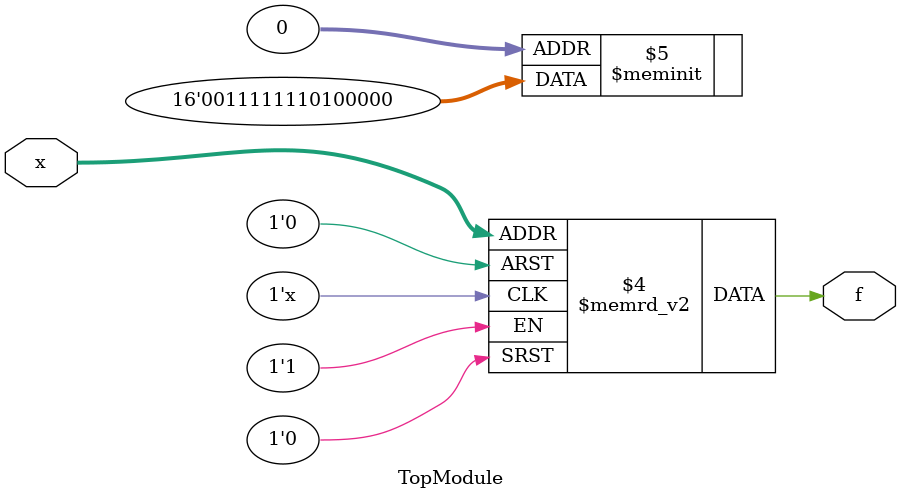
<source format=sv>
module TopModule (
    input logic [3:0] x,
    output logic f
);

    always @(*) begin
        case (x)
            4'b0001: f = 1'b0;
            4'b0010: f = 1'b0;
            4'b0100: f = 1'b0;
            4'b0101: f = 1'b1;
            4'b0110: f = 1'b0;
            4'b0111: f = 1'b1;
            4'b1000: f = 1'b1;
            4'b1001: f = 1'b1;
            4'b1010: f = 1'b1;
            4'b1011: f = 1'b1;
            4'b1100: f = 1'b1;
            4'b1101: f = 1'b1;
            4'b1110: f = 1'b0;
            default: f = 1'b0; // Covers 4'b0000, 4'b0011, 4'b1111
        endcase
    end

endmodule
</source>
